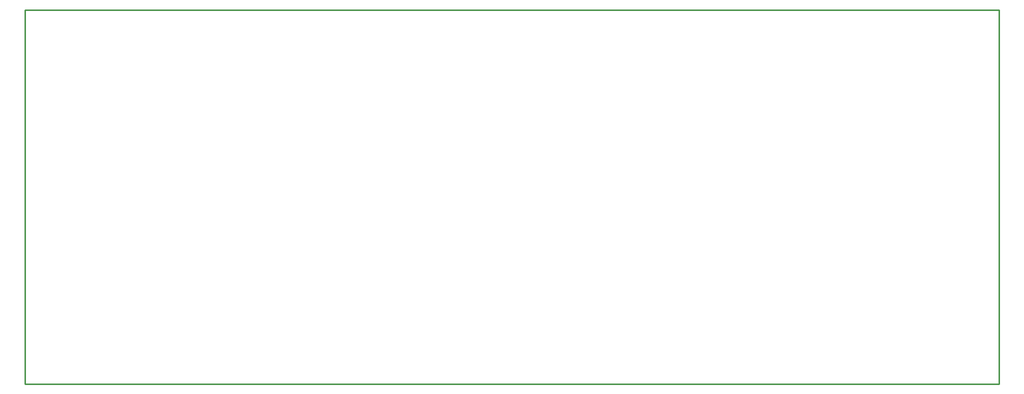
<source format=gbr>
G04 EAGLE Gerber RS-274X export*
G75*
%MOMM*%
%FSLAX34Y34*%
%LPD*%
%IN*%
%IPPOS*%
%AMOC8*
5,1,8,0,0,1.08239X$1,22.5*%
G01*
%ADD10C,0.254000*%


D10*
X0Y0D02*
X1651000Y0D01*
X1651000Y635000D01*
X0Y635000D01*
X0Y0D01*
M02*

</source>
